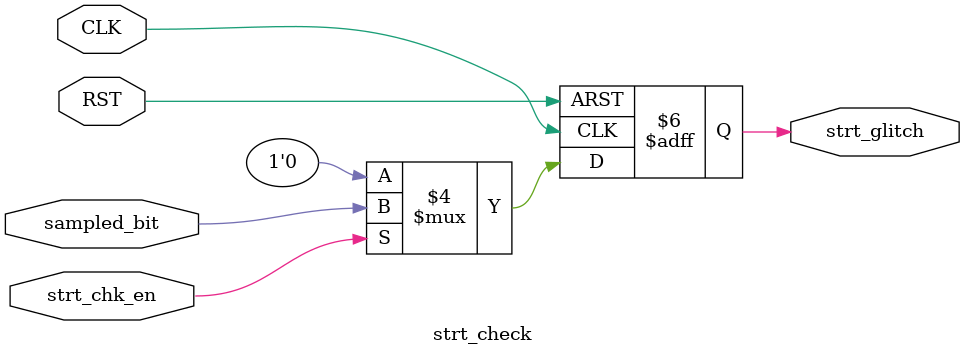
<source format=v>
module strt_check (
    input wire       CLK,
    input wire       RST,
    input wire       strt_chk_en,
    input wire       sampled_bit,
    output reg       strt_glitch
);

    always @(posedge CLK or negedge RST) begin
        if (!RST) begin
            strt_glitch <= 1'b0;
        end else if (strt_chk_en) begin
            strt_glitch <= sampled_bit;
        end else begin
            strt_glitch <= 1'b0;
        end
    end
endmodule
</source>
